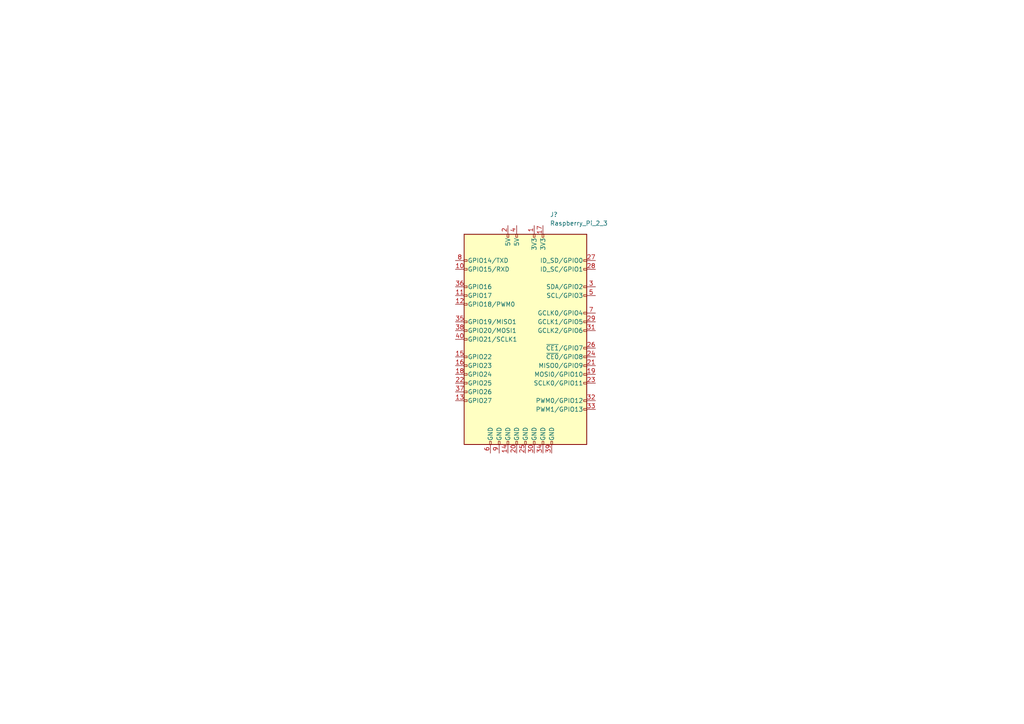
<source format=kicad_sch>
(kicad_sch (version 20211123) (generator eeschema)
  (paper "A4")
  (lib_symbols
    (symbol "Connector:Raspberry_Pi_2_3" (pin_names (offset 1.016))
      (property "Reference" "J" (at -17.78 31.75 0))
      (property "Value" "Raspberry_Pi_2_3" (at 10.16 -31.75 0))
      (symbol "Raspberry_Pi_2_3_0_1"
        (rectangle (start -17.78 30.48) (end 17.78 -30.48) (stroke (width 0.254)) (fill (type background)))
      )
      (symbol "Raspberry_Pi_2_3_1_1"
        (rectangle (start -16.891 -17.526) (end -17.78 -18.034))
        (rectangle (start -16.891 -14.986) (end -17.78 -15.494))
        (rectangle (start -16.891 -12.446) (end -17.78 -12.954))
        (rectangle (start -16.891 -9.906) (end -17.78 -10.414))
        (rectangle (start -16.891 -7.366) (end -17.78 -7.874))
        (rectangle (start -16.891 -4.826) (end -17.78 -5.334))
        (rectangle (start -16.891 0.254) (end -17.78 -0.254))
        (rectangle (start -16.891 2.794) (end -17.78 2.286))
        (rectangle (start -16.891 5.334) (end -17.78 4.826))
        (rectangle (start -16.891 10.414) (end -17.78 9.906))
        (rectangle (start -16.891 12.954) (end -17.78 12.446))
        (rectangle (start -16.891 15.494) (end -17.78 14.986))
        (rectangle (start -16.891 20.574) (end -17.78 20.066))
        (rectangle (start -16.891 23.114) (end -17.78 22.606))
        (rectangle (start -10.414 -29.591) (end -9.906 -30.48))
        (rectangle (start -7.874 -29.591) (end -7.366 -30.48))
        (rectangle (start -5.334 -29.591) (end -4.826 -30.48))
        (rectangle (start -5.334 30.48) (end -4.826 29.591))
        (rectangle (start -2.794 -29.591) (end -2.286 -30.48))
        (rectangle (start -2.794 30.48) (end -2.286 29.591))
        (rectangle (start -0.254 -29.591) (end 0.254 -30.48))
        (rectangle (start 2.286 -29.591) (end 2.794 -30.48))
        (rectangle (start 2.286 30.48) (end 2.794 29.591))
        (rectangle (start 4.826 -29.591) (end 5.334 -30.48))
        (rectangle (start 4.826 30.48) (end 5.334 29.591))
        (rectangle (start 7.366 -29.591) (end 7.874 -30.48))
        (rectangle (start 17.78 -20.066) (end 16.891 -20.574))
        (rectangle (start 17.78 -17.526) (end 16.891 -18.034))
        (rectangle (start 17.78 -12.446) (end 16.891 -12.954))
        (rectangle (start 17.78 -9.906) (end 16.891 -10.414))
        (rectangle (start 17.78 -7.366) (end 16.891 -7.874))
        (rectangle (start 17.78 -4.826) (end 16.891 -5.334))
        (rectangle (start 17.78 -2.286) (end 16.891 -2.794))
        (rectangle (start 17.78 2.794) (end 16.891 2.286))
        (rectangle (start 17.78 5.334) (end 16.891 4.826))
        (rectangle (start 17.78 7.874) (end 16.891 7.366))
        (rectangle (start 17.78 12.954) (end 16.891 12.446))
        (rectangle (start 17.78 15.494) (end 16.891 14.986))
        (rectangle (start 17.78 20.574) (end 16.891 20.066))
        (rectangle (start 17.78 23.114) (end 16.891 22.606))
        (pin power_in line (at 2.54 33.02 270) (length 2.54) (name "3V3") (number "1"))
        (pin bidirectional line (at -20.32 20.32 0) (length 2.54) (name "GPIO15/RXD") (number "10"))
        (pin bidirectional line (at -20.32 12.7 0) (length 2.54) (name "GPIO17") (number "11"))
        (pin bidirectional line (at -20.32 10.16 0) (length 2.54) (name "GPIO18/PWM0") (number "12"))
        (pin bidirectional line (at -20.32 -17.78 0) (length 2.54) (name "GPIO27") (number "13"))
        (pin power_in line (at -5.08 -33.02 90) (length 2.54) (name "GND") (number "14"))
        (pin bidirectional line (at -20.32 -5.08 0) (length 2.54) (name "GPIO22") (number "15"))
        (pin bidirectional line (at -20.32 -7.62 0) (length 2.54) (name "GPIO23") (number "16"))
        (pin power_in line (at 5.08 33.02 270) (length 2.54) (name "3V3") (number "17"))
        (pin bidirectional line (at -20.32 -10.16 0) (length 2.54) (name "GPIO24") (number "18"))
        (pin bidirectional line (at 20.32 -10.16 180) (length 2.54) (name "MOSI0/GPIO10") (number "19"))
        (pin power_in line (at -5.08 33.02 270) (length 2.54) (name "5V") (number "2"))
        (pin power_in line (at -2.54 -33.02 90) (length 2.54) (name "GND") (number "20"))
        (pin bidirectional line (at 20.32 -7.62 180) (length 2.54) (name "MISO0/GPIO9") (number "21"))
        (pin bidirectional line (at -20.32 -12.7 0) (length 2.54) (name "GPIO25") (number "22"))
        (pin bidirectional line (at 20.32 -12.7 180) (length 2.54) (name "SCLK0/GPIO11") (number "23"))
        (pin bidirectional line (at 20.32 -5.08 180) (length 2.54) (name "~{CE0}/GPIO8") (number "24"))
        (pin power_in line (at 0 -33.02 90) (length 2.54) (name "GND") (number "25"))
        (pin bidirectional line (at 20.32 -2.54 180) (length 2.54) (name "~{CE1}/GPIO7") (number "26"))
        (pin bidirectional line (at 20.32 22.86 180) (length 2.54) (name "ID_SD/GPIO0") (number "27"))
        (pin bidirectional line (at 20.32 20.32 180) (length 2.54) (name "ID_SC/GPIO1") (number "28"))
        (pin bidirectional line (at 20.32 5.08 180) (length 2.54) (name "GCLK1/GPIO5") (number "29"))
        (pin bidirectional line (at 20.32 15.24 180) (length 2.54) (name "SDA/GPIO2") (number "3"))
        (pin power_in line (at 2.54 -33.02 90) (length 2.54) (name "GND") (number "30"))
        (pin bidirectional line (at 20.32 2.54 180) (length 2.54) (name "GCLK2/GPIO6") (number "31"))
        (pin bidirectional line (at 20.32 -17.78 180) (length 2.54) (name "PWM0/GPIO12") (number "32"))
        (pin bidirectional line (at 20.32 -20.32 180) (length 2.54) (name "PWM1/GPIO13") (number "33"))
        (pin power_in line (at 5.08 -33.02 90) (length 2.54) (name "GND") (number "34"))
        (pin bidirectional line (at -20.32 5.08 0) (length 2.54) (name "GPIO19/MISO1") (number "35"))
        (pin bidirectional line (at -20.32 15.24 0) (length 2.54) (name "GPIO16") (number "36"))
        (pin bidirectional line (at -20.32 -15.24 0) (length 2.54) (name "GPIO26") (number "37"))
        (pin bidirectional line (at -20.32 2.54 0) (length 2.54) (name "GPIO20/MOSI1") (number "38"))
        (pin power_in line (at 7.62 -33.02 90) (length 2.54) (name "GND") (number "39"))
        (pin power_in line (at -2.54 33.02 270) (length 2.54) (name "5V") (number "4"))
        (pin bidirectional line (at -20.32 0 0) (length 2.54) (name "GPIO21/SCLK1") (number "40"))
        (pin bidirectional line (at 20.32 12.7 180) (length 2.54) (name "SCL/GPIO3") (number "5"))
        (pin power_in line (at -10.16 -33.02 90) (length 2.54) (name "GND") (number "6"))
        (pin bidirectional line (at 20.32 7.62 180) (length 2.54) (name "GCLK0/GPIO4") (number "7"))
        (pin bidirectional line (at -20.32 22.86 0) (length 2.54) (name "GPIO14/TXD") (number "8"))
        (pin power_in line (at -7.62 -33.02 90) (length 2.54) (name "GND") (number "9"))
      )
    )
  )
  (symbol (lib_id "Connector:Raspberry_Pi_2_3") (at 152.4 98.425 0) (unit 1)
    (property "Reference" "J?" (at 159.4994 62.23 0) (effects (justify left)))
    (property "Value" "Raspberry_Pi_2_3" (at 159.4994 64.77 0) (effects (justify left)))
    (property "Datasheet" "https://www.raspberrypi.org/documentation/hardware/raspberrypi/schematics/rpi_SCH_3bplus_1p0_reduced.pdf" (effects hide))
  )
)
</source>
